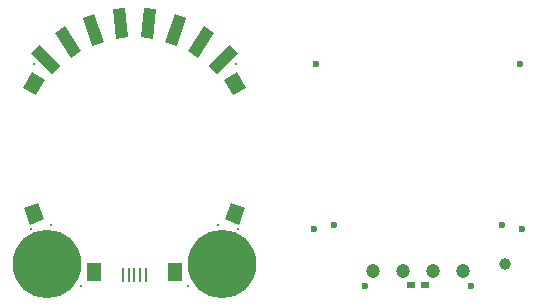
<source format=gbr>
G04 #@! TF.FileFunction,Soldermask,Bot*
%FSLAX46Y46*%
G04 Gerber Fmt 4.6, Leading zero omitted, Abs format (unit mm)*
G04 Created by KiCad (PCBNEW 4.0.7-e2-6376~58~ubuntu14.04.1) date Thu May 17 14:08:47 2018*
%MOMM*%
%LPD*%
G01*
G04 APERTURE LIST*
%ADD10C,0.100000*%
%ADD11C,0.300000*%
%ADD12C,0.600000*%
%ADD13R,0.250000X1.200000*%
%ADD14R,1.250000X1.500000*%
%ADD15R,0.800000X0.500000*%
%ADD16C,1.200000*%
%ADD17C,5.800000*%
%ADD18C,1.000000*%
G04 APERTURE END LIST*
D10*
D11*
X98600000Y-132800000D03*
D12*
X98600000Y-132800000D03*
D10*
G36*
X74169207Y-144581468D02*
X75343823Y-145008993D01*
X74830793Y-146418532D01*
X73656177Y-145991007D01*
X74169207Y-144581468D01*
X74169207Y-144581468D01*
G37*
G36*
X59054278Y-133687598D02*
X57271152Y-131935325D01*
X57972062Y-131222074D01*
X59755188Y-132974347D01*
X59054278Y-133687598D01*
X59054278Y-133687598D01*
G37*
G36*
X60610583Y-132281662D02*
X59267334Y-130173183D01*
X60110725Y-129635884D01*
X61453974Y-131744363D01*
X60610583Y-132281662D01*
X60610583Y-132281662D01*
G37*
G36*
X62443266Y-131261852D02*
X61608749Y-128905249D01*
X62551390Y-128571442D01*
X63385907Y-130928045D01*
X62443266Y-131261852D01*
X62443266Y-131261852D01*
G37*
G36*
X64458384Y-130680447D02*
X64175376Y-128196518D01*
X65168948Y-128083315D01*
X65451956Y-130567244D01*
X64458384Y-130680447D01*
X64458384Y-130680447D01*
G37*
G36*
X66552643Y-130567242D02*
X66835651Y-128083313D01*
X67829223Y-128196516D01*
X67546215Y-130680445D01*
X66552643Y-130567242D01*
X66552643Y-130567242D01*
G37*
G36*
X68618692Y-130928046D02*
X69453209Y-128571443D01*
X70395850Y-128905250D01*
X69561333Y-131261853D01*
X68618692Y-130928046D01*
X68618692Y-130928046D01*
G37*
G36*
X70550624Y-131744363D02*
X71893873Y-129635884D01*
X72737264Y-130173183D01*
X71394015Y-132281662D01*
X70550624Y-131744363D01*
X70550624Y-131744363D01*
G37*
D13*
X67000000Y-150700000D03*
X66500000Y-150700000D03*
X66000000Y-150700000D03*
X65500000Y-150700000D03*
X65000000Y-150700000D03*
D14*
X62600000Y-150400000D03*
X69400000Y-150400000D03*
D15*
X90600000Y-151500000D03*
X89400000Y-151500000D03*
D10*
G36*
X72249411Y-132974348D02*
X74032537Y-131222075D01*
X74733447Y-131935326D01*
X72950321Y-133687599D01*
X72249411Y-132974348D01*
X72249411Y-132974348D01*
G37*
G36*
X56656177Y-145008993D02*
X57830793Y-144581468D01*
X58343823Y-145991007D01*
X57169207Y-146418532D01*
X56656177Y-145008993D01*
X56656177Y-145008993D01*
G37*
G36*
X57666266Y-135462019D02*
X56583734Y-134837019D01*
X57333734Y-133537981D01*
X58416266Y-134162981D01*
X57666266Y-135462019D01*
X57666266Y-135462019D01*
G37*
G36*
X75416266Y-134837019D02*
X74333734Y-135462019D01*
X73583734Y-134162981D01*
X74666266Y-133537981D01*
X75416266Y-134837019D01*
X75416266Y-134837019D01*
G37*
D16*
X86190000Y-150365000D03*
X88730000Y-150365000D03*
X91270000Y-150365000D03*
X93810000Y-150365000D03*
D17*
X73400000Y-149800000D03*
D18*
X97400000Y-149800000D03*
D17*
X58600000Y-149800000D03*
D18*
X58600000Y-149800000D03*
D11*
X57200000Y-146800000D03*
X58900000Y-146500000D03*
X73100000Y-146500000D03*
X74800000Y-146800000D03*
X81200000Y-146800000D03*
D12*
X81200000Y-146800000D03*
D11*
X82900000Y-146500000D03*
D12*
X82900000Y-146500000D03*
D11*
X98800000Y-146800000D03*
D12*
X98800000Y-146800000D03*
D11*
X97100000Y-146500000D03*
D12*
X97100000Y-146500000D03*
D11*
X57500000Y-132800000D03*
X74600000Y-132800000D03*
X81400000Y-132800000D03*
D12*
X81400000Y-132800000D03*
D11*
X61500000Y-151600000D03*
X70500000Y-151600000D03*
X85500000Y-151600000D03*
D12*
X85500000Y-151600000D03*
D11*
X94500000Y-151600000D03*
D12*
X94500000Y-151600000D03*
M02*

</source>
